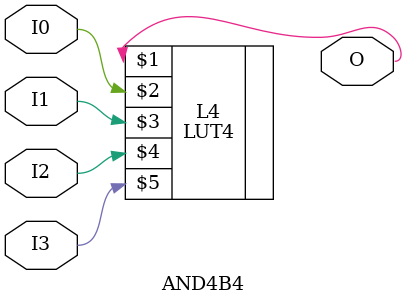
<source format=v>


`timescale  1 ps / 1 ps


module AND4B4 (O, I0, I1, I2, I3);

    output O;

    input  I0, I1, I2, I3;

    LUT4 #(.INIT(16'h0001)) L4 (O, I0, I1, I2, I3);

endmodule

</source>
